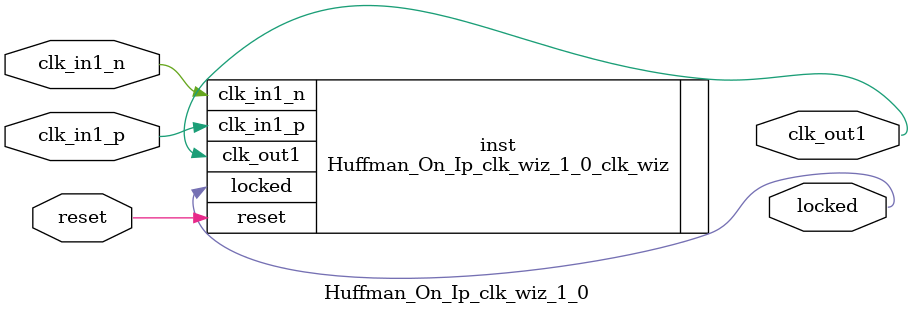
<source format=v>


`timescale 1ps/1ps

(* CORE_GENERATION_INFO = "Huffman_On_Ip_clk_wiz_1_0,clk_wiz_v6_0_3_0_0,{component_name=Huffman_On_Ip_clk_wiz_1_0,use_phase_alignment=true,use_min_o_jitter=false,use_max_i_jitter=false,use_dyn_phase_shift=false,use_inclk_switchover=false,use_dyn_reconfig=false,enable_axi=0,feedback_source=FDBK_AUTO,PRIMITIVE=MMCM,num_out_clk=1,clkin1_period=10.000,clkin2_period=10.000,use_power_down=false,use_reset=true,use_locked=true,use_inclk_stopped=false,feedback_type=SINGLE,CLOCK_MGR_TYPE=NA,manual_override=false}" *)

module Huffman_On_Ip_clk_wiz_1_0 
 (
  // Clock out ports
  output        clk_out1,
  // Status and control signals
  input         reset,
  output        locked,
 // Clock in ports
  input         clk_in1_p,
  input         clk_in1_n
 );

  Huffman_On_Ip_clk_wiz_1_0_clk_wiz inst
  (
  // Clock out ports  
  .clk_out1(clk_out1),
  // Status and control signals               
  .reset(reset), 
  .locked(locked),
 // Clock in ports
  .clk_in1_p(clk_in1_p),
  .clk_in1_n(clk_in1_n)
  );

endmodule

</source>
